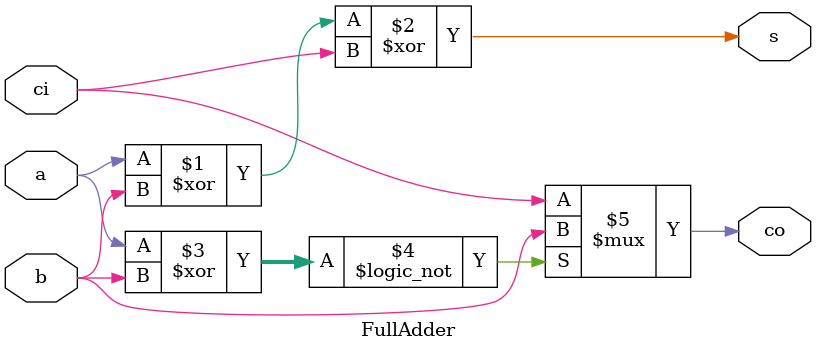
<source format=v>
module FullAdder(
	input ci,
			a,
			b,
	output s,
			 co
);

	assign s = (a^b)^ci;
	assign co= ((a^b)==0)?b:ci;

endmodule
</source>
